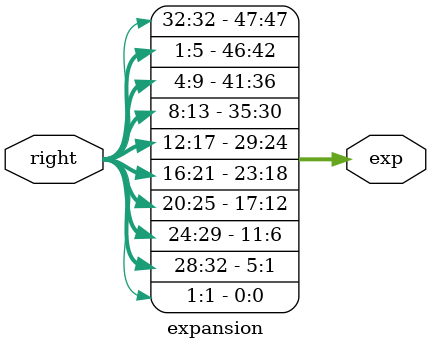
<source format=v>
module expansion(input[1:32] right,output[0:47] exp);
assign exp[0]=right[32];
assign exp[1]=right[1];
assign exp[2]=right[2];
assign exp[3]=right[3];
assign exp[4]=right[4];
assign exp[5]=right[5];
assign exp[6]=right[4];
assign exp[7]=right[5];
assign exp[8]=right[6];
assign exp[9]=right[7];
assign exp[10]=right[8];
assign exp[11]=right[9];
assign exp[12]=right[8];
assign exp[13]=right[9];
assign exp[14]=right[10];
assign exp[15]=right[11];
assign exp[16]=right[12];
assign exp[17]=right[13];
assign exp[18]=right[12];
assign exp[19]=right[13];
assign exp[20]=right[14];
assign exp[21]=right[15];
assign exp[22]=right[16];
assign exp[23]=right[17];
assign exp[24]=right[16];
assign exp[25]=right[17];
assign exp[26]=right[18];
assign exp[27]=right[19];
assign exp[28]=right[20];
assign exp[29]=right[21];
assign exp[30]=right[20];
assign exp[31]=right[21];
assign exp[32]=right[22];
assign exp[33]=right[23];
assign exp[34]=right[24];
assign exp[35]=right[25];
assign exp[36]=right[24];
assign exp[37]=right[25];
assign exp[38]=right[26];
assign exp[39]=right[27];
assign exp[40]=right[28];
assign exp[41]=right[29];
assign exp[42]=right[28];
assign exp[43]=right[29];
assign exp[44]=right[30];
assign exp[45]=right[31];
assign exp[46]=right[32];
assign exp[47]=right[1];
endmodule

</source>
